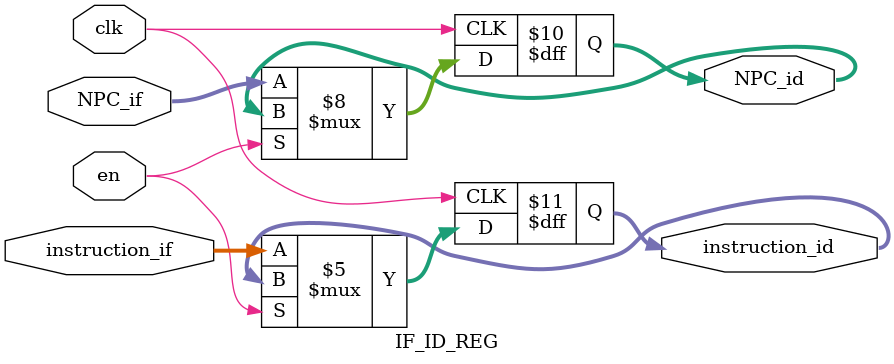
<source format=v>
`timescale 1ns / 1ps


module IF_ID_REG(
    en,clk,
    NPC_if,instruction_if,
    NPC_id,instruction_id
    );
    input en,clk;
    input [31:0] NPC_if,instruction_if;
    output reg [31:0] NPC_id,instruction_id;
    
    initial
    begin
        NPC_id = 0;
        instruction_id = 0;
    end
    
    always@(posedge clk)
    begin
        if(en == 0)
        begin
            NPC_id = NPC_if;
            instruction_id = instruction_if;
        end
    end
endmodule

</source>
